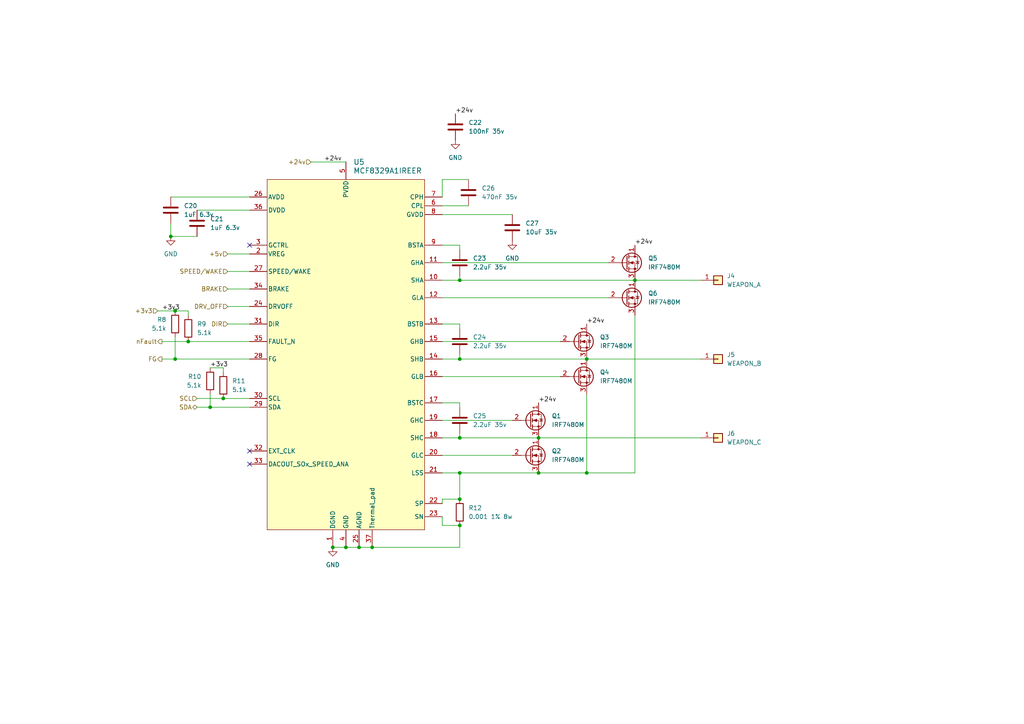
<source format=kicad_sch>
(kicad_sch (version 20250114) (generator "eeschema") (generator_version "9.0")
  (paper "A4")
  (title_block (title "Weapon BLDC Driver") (date "2025-10-25") (rev "0.0.1") (company "YC Lam"))
  (lib_symbols
    (symbol "2025-10-25_02-51-20:MCF8329A1IREER" (pin_names (offset 0.254))
      (property "Reference" "U" (at 0 2.54 0))
      (property "Value" "MCF8329A1IREER" (at 0 0 0))
      (symbol "MCF8329A1IREER_0_1"
        (pin power_in line (at -1.27 0 0) (length 5.08) (name "AVDD") (number "26"))
        (pin power_in line (at -1.27 -3.81 0) (length 5.08) (name "DVDD") (number "36"))
        (pin unspecified line (at -1.27 -13.97 0) (length 5.08) (name "GCTRL") (number "3"))
        (pin power_in line (at -1.27 -16.51 0) (length 5.08) (name "VREG") (number "2"))
        (pin input line (at -1.27 -26.67 0) (length 5.08) (name "BRAKE") (number "34"))
        (pin input line (at -1.27 -31.75 0) (length 5.08) (name "DRVOFF") (number "24"))
        (pin input line (at -1.27 -36.83 0) (length 5.08) (name "DIR") (number "31"))
        (pin open_collector line (at -1.27 -41.91 0) (length 5.08) (name "FAULT_N") (number "35"))
        (pin open_collector line (at -1.27 -46.99 0) (length 5.08) (name "FG") (number "28"))
        (pin input line (at -1.27 -58.42 0) (length 5.08) (name "SCL") (number "30"))
        (pin bidirectional line (at -1.27 -60.96 0) (length 5.08) (name "SDA") (number "29"))
        (pin input line (at -1.27 -73.66 0) (length 5.08) (name "EXT_CLK") (number "32"))
        (pin bidirectional line (at -1.27 -77.47 0) (length 5.08) (name "DACOUT_SOx_SPEED_ANA") (number "33"))
        (pin power_in line (at 22.86 -101.6 90) (length 5.08) (name "DGND") (number "1"))
        (pin power_in line (at 26.67 10.16 270) (length 5.08) (name "PVDD") (number "5"))
        (pin power_in line (at 26.67 -101.6 90) (length 5.08) (name "GND") (number "4"))
        (pin power_in line (at 30.48 -101.6 90) (length 5.08) (name "AGND") (number "25"))
        (pin power_in line (at 34.29 -101.6 90) (length 5.08) (name "Thermal_pad") (number "37"))
        (pin unspecified line (at 54.61 0 180) (length 5.08) (name "CPH") (number "7"))
        (pin unspecified line (at 54.61 -2.54 180) (length 5.08) (name "CPL") (number "6"))
        (pin power_in line (at 54.61 -5.08 180) (length 5.08) (name "GVDD") (number "8"))
        (pin unspecified line (at 54.61 -13.97 180) (length 5.08) (name "BSTA") (number "9"))
        (pin unspecified line (at 54.61 -19.05 180) (length 5.08) (name "GHA") (number "11"))
        (pin unspecified line (at 54.61 -24.13 180) (length 5.08) (name "SHA") (number "10"))
        (pin unspecified line (at 54.61 -29.21 180) (length 5.08) (name "GLA") (number "12"))
        (pin unspecified line (at 54.61 -36.83 180) (length 5.08) (name "BSTB") (number "13"))
        (pin unspecified line (at 54.61 -41.91 180) (length 5.08) (name "GHB") (number "15"))
        (pin unspecified line (at 54.61 -46.99 180) (length 5.08) (name "SHB") (number "14"))
        (pin unspecified line (at 54.61 -52.07 180) (length 5.08) (name "GLB") (number "16"))
        (pin unspecified line (at 54.61 -59.69 180) (length 5.08) (name "BSTC") (number "17"))
        (pin unspecified line (at 54.61 -64.77 180) (length 5.08) (name "GHC") (number "19"))
        (pin unspecified line (at 54.61 -69.85 180) (length 5.08) (name "SHC") (number "18"))
        (pin unspecified line (at 54.61 -74.93 180) (length 5.08) (name "GLC") (number "20"))
        (pin power_in line (at 54.61 -80.01 180) (length 5.08) (name "LSS") (number "21"))
        (pin tri_state line (at 54.61 -88.9 180) (length 5.08) (name "SP") (number "22"))
        (pin tri_state line (at 54.61 -92.71 180) (length 5.08) (name "SN") (number "23"))
      )
      (symbol "MCF8329A1IREER_1_1"
        (rectangle (start 3.81 5.08) (end 49.53 -96.52) (fill (type background)))
        (pin input line (at -1.27 -21.59 0) (length 5.08) (name "SPEED/WAKE") (number "27"))
      )
    )
    (symbol "Connector_Generic:Conn_01x01" (pin_names (offset 1.016) (hide yes))
      (property "Reference" "J" (at 0 2.54 0))
      (property "Value" "Conn_01x01" (at 0 -2.54 0))
      (symbol "Conn_01x01_1_1"
        (rectangle (start -1.27 1.27) (end 1.27 -1.27) (stroke (width 0.254)) (fill (type background)))
        (rectangle (start -1.27 0.127) (end 0 -0.127) (stroke (width 0.1524)))
        (pin passive line (at -5.08 0 0) (length 3.81) (name "Pin_1") (number "1"))
      )
    )
    (symbol "Device:C" (pin_numbers (hide yes)) (pin_names (offset 0.254))
      (property "Reference" "C" (at 0.635 2.54 0))
      (property "Value" "C" (at 0.635 -2.54 0))
      (symbol "C_0_1"
        (polyline (pts (xy -2.032 0.762) (xy 2.032 0.762)) (stroke (width 0.508)))
        (polyline (pts (xy -2.032 -0.762) (xy 2.032 -0.762)) (stroke (width 0.508)))
      )
      (symbol "C_1_1"
        (pin passive line (at 0 3.81 270) (length 2.794) (name "~") (number "1"))
        (pin passive line (at 0 -3.81 90) (length 2.794) (name "~") (number "2"))
      )
    )
    (symbol "Device:R" (pin_numbers (hide yes)) (pin_names (offset 0))
      (property "Reference" "R" (at 2.032 0 90))
      (property "Value" "R" (at 0 0 90))
      (symbol "R_0_1"
        (rectangle (start -1.016 -2.54) (end 1.016 2.54) (stroke (width 0.254)))
      )
      (symbol "R_1_1"
        (pin passive line (at 0 3.81 270) (length 1.27) (name "~") (number "1"))
        (pin passive line (at 0 -3.81 90) (length 1.27) (name "~") (number "2"))
      )
    )
    (symbol "Transistor_FET:IRF7480M" (pin_names (hide yes))
      (property "Reference" "Q" (at 5.08 1.905 0))
      (property "Value" "IRF7480M" (at 5.08 0 0))
      (symbol "IRF7480M_0_1"
        (polyline (pts (xy 0.254 1.905) (xy 0.254 -1.905)) (stroke (width 0.254)))
        (polyline (pts (xy 0.254 0) (xy -2.54 0)))
        (polyline (pts (xy 0.762 2.286) (xy 0.762 1.27)) (stroke (width 0.254)))
        (polyline (pts (xy 0.762 0.508) (xy 0.762 -0.508)) (stroke (width 0.254)))
        (polyline (pts (xy 0.762 -1.27) (xy 0.762 -2.286)) (stroke (width 0.254)))
        (polyline (pts (xy 0.762 -1.778) (xy 3.302 -1.778) (xy 3.302 1.778) (xy 0.762 1.778)))
        (polyline (pts (xy 1.016 0) (xy 2.032 0.381) (xy 2.032 -0.381) (xy 1.016 0)) (fill (type outline)))
        (circle (center 1.651 0) (radius 2.794) (stroke (width 0.254)))
        (polyline (pts (xy 2.54 2.54) (xy 2.54 1.778)))
        (circle (center 2.54 1.778) (radius 0.254) (fill (type outline)))
        (circle (center 2.54 -1.778) (radius 0.254) (fill (type outline)))
        (polyline (pts (xy 2.54 -2.54) (xy 2.54 0) (xy 0.762 0)))
        (polyline (pts (xy 2.794 0.508) (xy 2.921 0.381) (xy 3.683 0.381) (xy 3.81 0.254)))
        (polyline (pts (xy 3.302 0.381) (xy 2.921 -0.254) (xy 3.683 -0.254) (xy 3.302 0.381)))
      )
      (symbol "IRF7480M_1_1"
        (pin input line (at -5.08 0 0) (length 2.54) (name "G") (number "2"))
        (pin passive line (at 2.54 5.08 270) (length 2.54) (name "D") (number "1"))
        (pin passive line (at 2.54 -5.08 90) (length 2.54) (name "S") (number "3"))
      )
    )
    (symbol "power:GND" (power) (pin_numbers (hide yes)) (pin_names (offset 0) (hide yes))
      (property "Value" "GND" (at 0 -3.81 0))
      (symbol "GND_0_1"
        (polyline (pts (xy 0 0) (xy 0 -1.27) (xy 1.27 -1.27) (xy 0 -2.54) (xy -1.27 -1.27) (xy 0 -1.27)))
      )
      (symbol "GND_1_1"
        (pin power_in line (at 0 0 270) (length 0) (name "~") (number "1"))
      )
    )
  )
  (junction (at 50.8 104.14))
  (junction (at 60.96 118.11))
  (junction (at 64.77 115.57))
  (junction (at 49.53 68.58))
  (junction (at 50.8 90.17))
  (junction (at 133.35 104.14))
  (junction (at 156.21 137.16))
  (junction (at 184.15 81.28))
  (junction (at 133.35 81.28))
  (junction (at 96.52 158.75))
  (junction (at 133.35 137.16))
  (junction (at 170.18 137.16))
  (junction (at 133.35 152.4))
  (junction (at 170.18 104.14))
  (junction (at 156.21 127))
  (junction (at 107.95 158.75))
  (junction (at 133.35 144.78))
  (junction (at 54.61 99.06))
  (junction (at 104.14 158.75))
  (junction (at 133.35 127))
  (junction (at 100.33 158.75))
  (no_connect (at 72.39 130.81))
  (no_connect (at 72.39 134.62))
  (no_connect (at 72.39 71.12))
  (wire (pts (xy 133.35 137.16) (xy 128.27 137.16)))
  (wire (pts (xy 128.27 152.4) (xy 128.27 149.86)))
  (wire (pts (xy 133.35 152.4) (xy 128.27 152.4)))
  (wire (pts (xy 49.53 64.77) (xy 49.53 68.58)))
  (wire (pts (xy 128.27 86.36) (xy 176.53 86.36)))
  (wire (pts (xy 133.35 93.98) (xy 128.27 93.98)))
  (wire (pts (xy 128.27 62.23) (xy 148.59 62.23)))
  (wire (pts (xy 133.35 127) (xy 156.21 127)))
  (wire (pts (xy 133.35 116.84) (xy 128.27 116.84)))
  (wire (pts (xy 156.21 137.16) (xy 170.18 137.16)))
  (wire (pts (xy 57.15 115.57) (xy 64.77 115.57)))
  (wire (pts (xy 133.35 95.25) (xy 133.35 93.98)))
  (wire (pts (xy 64.77 115.57) (xy 72.39 115.57)))
  (wire (pts (xy 49.53 57.15) (xy 72.39 57.15)))
  (wire (pts (xy 57.15 60.96) (xy 72.39 60.96)))
  (wire (pts (xy 128.27 76.2) (xy 176.53 76.2)))
  (wire (pts (xy 128.27 144.78) (xy 133.35 144.78)))
  (wire (pts (xy 128.27 109.22) (xy 162.56 109.22)))
  (wire (pts (xy 135.89 52.07) (xy 128.27 52.07)))
  (wire (pts (xy 133.35 72.39) (xy 133.35 71.12)))
  (wire (pts (xy 90.17 46.99) (xy 100.33 46.99)))
  (wire (pts (xy 54.61 99.06) (xy 72.39 99.06)))
  (wire (pts (xy 46.99 99.06) (xy 54.61 99.06)))
  (wire (pts (xy 64.77 106.68) (xy 64.77 107.95)))
  (wire (pts (xy 60.96 114.3) (xy 60.96 118.11)))
  (wire (pts (xy 128.27 81.28) (xy 133.35 81.28)))
  (wire (pts (xy 66.04 83.82) (xy 72.39 83.82)))
  (wire (pts (xy 96.52 158.75) (xy 100.33 158.75)))
  (wire (pts (xy 45.72 90.17) (xy 50.8 90.17)))
  (wire (pts (xy 184.15 81.28) (xy 203.2 81.28)))
  (wire (pts (xy 128.27 59.69) (xy 135.89 59.69)))
  (wire (pts (xy 156.21 137.16) (xy 133.35 137.16)))
  (wire (pts (xy 133.35 80.01) (xy 133.35 81.28)))
  (wire (pts (xy 133.35 158.75) (xy 107.95 158.75)))
  (wire (pts (xy 133.35 152.4) (xy 133.35 158.75)))
  (wire (pts (xy 133.35 118.11) (xy 133.35 116.84)))
  (wire (pts (xy 128.27 52.07) (xy 128.27 57.15)))
  (wire (pts (xy 170.18 104.14) (xy 203.2 104.14)))
  (wire (pts (xy 50.8 97.79) (xy 50.8 104.14)))
  (wire (pts (xy 133.35 102.87) (xy 133.35 104.14)))
  (wire (pts (xy 49.53 68.58) (xy 57.15 68.58)))
  (wire (pts (xy 54.61 91.44) (xy 54.61 90.17)))
  (wire (pts (xy 46.99 104.14) (xy 50.8 104.14)))
  (wire (pts (xy 128.27 121.92) (xy 148.59 121.92)))
  (wire (pts (xy 184.15 137.16) (xy 170.18 137.16)))
  (wire (pts (xy 100.33 158.75) (xy 104.14 158.75)))
  (wire (pts (xy 66.04 78.74) (xy 72.39 78.74)))
  (wire (pts (xy 54.61 90.17) (xy 50.8 90.17)))
  (wire (pts (xy 128.27 146.05) (xy 128.27 144.78)))
  (wire (pts (xy 66.04 93.98) (xy 72.39 93.98)))
  (wire (pts (xy 128.27 104.14) (xy 133.35 104.14)))
  (wire (pts (xy 60.96 106.68) (xy 64.77 106.68)))
  (wire (pts (xy 60.96 118.11) (xy 72.39 118.11)))
  (wire (pts (xy 128.27 127) (xy 133.35 127)))
  (wire (pts (xy 184.15 91.44) (xy 184.15 137.16)))
  (wire (pts (xy 133.35 71.12) (xy 128.27 71.12)))
  (wire (pts (xy 170.18 114.3) (xy 170.18 137.16)))
  (wire (pts (xy 156.21 127) (xy 203.2 127)))
  (wire (pts (xy 66.04 73.66) (xy 72.39 73.66)))
  (wire (pts (xy 104.14 158.75) (xy 107.95 158.75)))
  (wire (pts (xy 128.27 99.06) (xy 162.56 99.06)))
  (wire (pts (xy 133.35 137.16) (xy 133.35 144.78)))
  (wire (pts (xy 133.35 125.73) (xy 133.35 127)))
  (wire (pts (xy 133.35 81.28) (xy 184.15 81.28)))
  (wire (pts (xy 128.27 132.08) (xy 148.59 132.08)))
  (wire (pts (xy 57.15 118.11) (xy 60.96 118.11)))
  (wire (pts (xy 50.8 104.14) (xy 72.39 104.14)))
  (wire (pts (xy 66.04 88.9) (xy 72.39 88.9)))
  (wire (pts (xy 133.35 104.14) (xy 170.18 104.14)))
  (label "+24v" (at 93.98 46.99 0))
  (label "+24v" (at 170.18 93.98 0))
  (label "+3v3" (at 46.99 90.17 0))
  (label "+24v" (at 156.21 116.84 0))
  (label "+3v3" (at 60.96 106.68 0))
  (label "+24v" (at 184.15 71.12 0))
  (label "+24v" (at 132.08 33.02 0))
  (hierarchical_label "+3v3" (shape input) (at 45.72 90.17 180))
  (hierarchical_label "DRV_OFF" (shape input) (at 66.04 88.9 180))
  (hierarchical_label "BRAKE" (shape input) (at 66.04 83.82 180))
  (hierarchical_label "FG" (shape output) (at 46.99 104.14 180))
  (hierarchical_label "+24v" (shape input) (at 90.17 46.99 180))
  (hierarchical_label "+5v" (shape input) (at 66.04 73.66 180))
  (hierarchical_label "SPEED{slash}WAKE" (shape input) (at 66.04 78.74 180))
  (hierarchical_label "SCL" (shape input) (at 57.15 115.57 180))
  (hierarchical_label "nFault" (shape output) (at 46.99 99.06 180))
  (hierarchical_label "SDA" (shape bidirectional) (at 57.15 118.11 180))
  (hierarchical_label "DIR" (shape input) (at 66.04 93.98 180))
  (symbol (lib_id "Transistor_FET:IRF7480M") (at 167.64 99.06 0) (unit 1)
    (property "Reference" "Q3" (at 173.99 97.7899 0) (effects (justify left)))
    (property "Value" "IRF7480M" (at 173.99 100.3299 0) (effects (justify left)))
    (property "Footprint" "Package_DirectFET:DirectFET_ME" (effects (hide yes)))
    (property "Datasheet" "https://www.infineon.com/dgdl/Infineon-IRF7480M-DS-v01_02-EN.pdf?fileId=5546d462533600a4015355ff8fa41c30" (effects (hide yes)))
    (property "Description" "330A Id, 40V Vds, 1.2mOhm Rds, N-Channel MOSFET, DirectFET ME" (effects (hide yes)))
  )
  (symbol (lib_id "Transistor_FET:IRF7480M") (at 153.67 132.08 0) (unit 1)
    (property "Reference" "Q2" (at 160.02 130.8099 0) (effects (justify left)))
    (property "Value" "IRF7480M" (at 160.02 133.3499 0) (effects (justify left)))
    (property "Footprint" "Package_DirectFET:DirectFET_ME" (effects (hide yes)))
    (property "Datasheet" "https://www.infineon.com/dgdl/Infineon-IRF7480M-DS-v01_02-EN.pdf?fileId=5546d462533600a4015355ff8fa41c30" (effects (hide yes)))
    (property "Description" "330A Id, 40V Vds, 1.2mOhm Rds, N-Channel MOSFET, DirectFET ME" (effects (hide yes)))
  )
  (symbol (lib_id "Transistor_FET:IRF7480M") (at 167.64 109.22 0) (unit 1)
    (property "Reference" "Q4" (at 173.99 107.9499 0) (effects (justify left)))
    (property "Value" "IRF7480M" (at 173.99 110.4899 0) (effects (justify left)))
    (property "Footprint" "Package_DirectFET:DirectFET_ME" (effects (hide yes)))
    (property "Datasheet" "https://www.infineon.com/dgdl/Infineon-IRF7480M-DS-v01_02-EN.pdf?fileId=5546d462533600a4015355ff8fa41c30" (effects (hide yes)))
    (property "Description" "330A Id, 40V Vds, 1.2mOhm Rds, N-Channel MOSFET, DirectFET ME" (effects (hide yes)))
  )
  (symbol (lib_id "Device:R") (at 64.77 111.76 0) (unit 1)
    (property "Reference" "R11" (at 67.31 110.4899 0) (effects (justify left)))
    (property "Value" "5.1k" (at 67.31 113.0299 0) (effects (justify left)))
    (property "Footprint" "Resistor_SMD:R_0402_1005Metric" (effects (hide yes)))
    (property "Description" "Resistor" (effects (hide yes)))
  )
  (symbol (lib_id "Device:C") (at 148.59 66.04 0) (unit 1)
    (property "Reference" "C27" (at 152.4 64.7699 0) (effects (justify left)))
    (property "Value" "10uF 35v" (at 152.4 67.3099 0) (effects (justify left)))
    (property "Footprint" "Capacitor_SMD:C_0603_1608Metric" (effects (hide yes)))
    (property "Description" "Unpolarized capacitor" (effects (hide yes)))
  )
  (symbol (lib_id "Transistor_FET:IRF7480M") (at 181.61 76.2 0) (unit 1)
    (property "Reference" "Q5" (at 187.96 74.9299 0) (effects (justify left)))
    (property "Value" "IRF7480M" (at 187.96 77.4699 0) (effects (justify left)))
    (property "Footprint" "Package_DirectFET:DirectFET_ME" (effects (hide yes)))
    (property "Datasheet" "https://www.infineon.com/dgdl/Infineon-IRF7480M-DS-v01_02-EN.pdf?fileId=5546d462533600a4015355ff8fa41c30" (effects (hide yes)))
    (property "Description" "330A Id, 40V Vds, 1.2mOhm Rds, N-Channel MOSFET, DirectFET ME" (effects (hide yes)))
  )
  (symbol (lib_id "Device:R") (at 133.35 148.59 0) (unit 1)
    (property "Reference" "R12" (at 135.89 147.3199 0) (effects (justify left)))
    (property "Value" "0.001 1% 8w" (at 135.89 149.8599 0) (effects (justify left)))
    (property "Footprint" "Resistor_SMD:R_2512_6332Metric" (effects (hide yes)))
    (property "Description" "Resistor" (effects (hide yes)))
  )
  (symbol (lib_id "power:GND") (at 148.59 69.85 0) (unit 1)
    (property "Reference" "#PWR016" (effects (hide yes)))
    (property "Value" "GND" (at 148.59 74.93 0))
    (property "Description" "Power symbol creates a global label with name \"GND\" , ground" (effects (hide yes)))
  )
  (symbol (lib_id "Device:R") (at 50.8 93.98 0) (mirror y) (unit 1)
    (property "Reference" "R8" (at 48.26 92.7099 0) (effects (justify left)))
    (property "Value" "5.1k" (at 48.26 95.2499 0) (effects (justify left)))
    (property "Footprint" "Resistor_SMD:R_0402_1005Metric" (effects (hide yes)))
    (property "Description" "Resistor" (effects (hide yes)))
  )
  (symbol (lib_id "Device:C") (at 133.35 99.06 0) (unit 1)
    (property "Reference" "C24" (at 137.16 97.7899 0) (effects (justify left)))
    (property "Value" "2.2uF 35v" (at 137.16 100.3299 0) (effects (justify left)))
    (property "Footprint" "Capacitor_SMD:C_0402_1005Metric" (effects (hide yes)))
    (property "Description" "Unpolarized capacitor" (effects (hide yes)))
  )
  (symbol (lib_id "Device:R") (at 60.96 110.49 0) (mirror y) (unit 1)
    (property "Reference" "R10" (at 58.42 109.2199 0) (effects (justify left)))
    (property "Value" "5.1k" (at 58.42 111.7599 0) (effects (justify left)))
    (property "Footprint" "Resistor_SMD:R_0402_1005Metric" (effects (hide yes)))
    (property "Description" "Resistor" (effects (hide yes)))
  )
  (symbol (lib_id "Device:C") (at 49.53 60.96 0) (unit 1)
    (property "Reference" "C20" (at 53.34 59.6899 0) (effects (justify left)))
    (property "Value" "1uF 6.3v" (at 53.34 62.2299 0) (effects (justify left)))
    (property "Footprint" "Capacitor_SMD:C_0402_1005Metric" (effects (hide yes)))
    (property "Description" "Unpolarized capacitor" (effects (hide yes)))
  )
  (symbol (lib_id "Device:R") (at 54.61 95.25 0) (unit 1)
    (property "Reference" "R9" (at 57.15 93.9799 0) (effects (justify left)))
    (property "Value" "5.1k" (at 57.15 96.5199 0) (effects (justify left)))
    (property "Footprint" "Resistor_SMD:R_0402_1005Metric" (effects (hide yes)))
    (property "Description" "Resistor" (effects (hide yes)))
  )
  (symbol (lib_id "Device:C") (at 135.89 55.88 0) (unit 1)
    (property "Reference" "C26" (at 139.7 54.6099 0) (effects (justify left)))
    (property "Value" "470nF 35v" (at 139.7 57.1499 0) (effects (justify left)))
    (property "Footprint" "Capacitor_SMD:C_0402_1005Metric" (effects (hide yes)))
    (property "Description" "Unpolarized capacitor" (effects (hide yes)))
  )
  (symbol (lib_id "power:GND") (at 96.52 158.75 0) (unit 1)
    (property "Reference" "#PWR014" (effects (hide yes)))
    (property "Value" "GND" (at 96.52 163.83 0))
    (property "Description" "Power symbol creates a global label with name \"GND\" , ground" (effects (hide yes)))
  )
  (symbol (lib_id "power:GND") (at 49.53 68.58 0) (unit 1)
    (property "Reference" "#PWR013" (effects (hide yes)))
    (property "Value" "GND" (at 49.53 73.66 0))
    (property "Description" "Power symbol creates a global label with name \"GND\" , ground" (effects (hide yes)))
  )
  (symbol (lib_id "Connector_Generic:Conn_01x01") (at 208.28 81.28 0) (unit 1)
    (property "Reference" "J4" (at 210.82 80.0099 0) (effects (justify left)))
    (property "Value" "WEAPON_A" (at 210.82 82.5499 0) (effects (justify left)))
    (property "Footprint" "footprints:WIRE" (effects (hide yes)))
    (property "Description" "Generic connector, single row, 01x01, script generated (kicad-library-utils/schlib/autogen/connector/)" (effects (hide yes)))
  )
  (symbol (lib_id "Device:C") (at 132.08 36.83 0) (unit 1)
    (property "Reference" "C22" (at 135.89 35.5599 0) (effects (justify left)))
    (property "Value" "100nF 35v" (at 135.89 38.0999 0) (effects (justify left)))
    (property "Footprint" "Capacitor_SMD:C_0402_1005Metric" (effects (hide yes)))
    (property "Description" "Unpolarized capacitor" (effects (hide yes)))
  )
  (symbol (lib_id "Connector_Generic:Conn_01x01") (at 208.28 104.14 0) (unit 1)
    (property "Reference" "J5" (at 210.82 102.8699 0) (effects (justify left)))
    (property "Value" "WEAPON_B" (at 210.82 105.4099 0) (effects (justify left)))
    (property "Footprint" "footprints:WIRE" (effects (hide yes)))
    (property "Description" "Generic connector, single row, 01x01, script generated (kicad-library-utils/schlib/autogen/connector/)" (effects (hide yes)))
  )
  (symbol (lib_id "power:GND") (at 132.08 40.64 0) (unit 1)
    (property "Reference" "#PWR015" (effects (hide yes)))
    (property "Value" "GND" (at 132.08 45.72 0))
    (property "Description" "Power symbol creates a global label with name \"GND\" , ground" (effects (hide yes)))
  )
  (symbol (lib_id "Transistor_FET:IRF7480M") (at 153.67 121.92 0) (unit 1)
    (property "Reference" "Q1" (at 160.02 120.6499 0) (effects (justify left)))
    (property "Value" "IRF7480M" (at 160.02 123.1899 0) (effects (justify left)))
    (property "Footprint" "Package_DirectFET:DirectFET_ME" (effects (hide yes)))
    (property "Datasheet" "https://www.infineon.com/dgdl/Infineon-IRF7480M-DS-v01_02-EN.pdf?fileId=5546d462533600a4015355ff8fa41c30" (effects (hide yes)))
    (property "Description" "330A Id, 40V Vds, 1.2mOhm Rds, N-Channel MOSFET, DirectFET ME" (effects (hide yes)))
  )
  (symbol (lib_id "Transistor_FET:IRF7480M") (at 181.61 86.36 0) (unit 1)
    (property "Reference" "Q6" (at 187.96 85.0899 0) (effects (justify left)))
    (property "Value" "IRF7480M" (at 187.96 87.6299 0) (effects (justify left)))
    (property "Footprint" "Package_DirectFET:DirectFET_ME" (effects (hide yes)))
    (property "Datasheet" "https://www.infineon.com/dgdl/Infineon-IRF7480M-DS-v01_02-EN.pdf?fileId=5546d462533600a4015355ff8fa41c30" (effects (hide yes)))
    (property "Description" "330A Id, 40V Vds, 1.2mOhm Rds, N-Channel MOSFET, DirectFET ME" (effects (hide yes)))
  )
  (symbol (lib_id "Device:C") (at 57.15 64.77 0) (unit 1)
    (property "Reference" "C21" (at 60.96 63.4999 0) (effects (justify left)))
    (property "Value" "1uF 6.3v" (at 60.96 66.0399 0) (effects (justify left)))
    (property "Footprint" "Capacitor_SMD:C_0402_1005Metric" (effects (hide yes)))
    (property "Description" "Unpolarized capacitor" (effects (hide yes)))
  )
  (symbol (lib_id "Connector_Generic:Conn_01x01") (at 208.28 127 0) (unit 1)
    (property "Reference" "J6" (at 210.82 125.7299 0) (effects (justify left)))
    (property "Value" "WEAPON_C" (at 210.82 128.2699 0) (effects (justify left)))
    (property "Footprint" "footprints:WIRE" (effects (hide yes)))
    (property "Description" "Generic connector, single row, 01x01, script generated (kicad-library-utils/schlib/autogen/connector/)" (effects (hide yes)))
  )
  (symbol (lib_id "Device:C") (at 133.35 121.92 0) (unit 1)
    (property "Reference" "C25" (at 137.16 120.6499 0) (effects (justify left)))
    (property "Value" "2.2uF 35v" (at 137.16 123.1899 0) (effects (justify left)))
    (property "Footprint" "Capacitor_SMD:C_0402_1005Metric" (effects (hide yes)))
    (property "Description" "Unpolarized capacitor" (effects (hide yes)))
  )
  (symbol (lib_id "2025-10-25_02-51-20:MCF8329A1IREER") (at 73.66 57.15 0) (unit 1)
    (property "Reference" "U5" (at 102.4733 46.99 0) (effects (font (size 1.524 1.524)) (justify left)))
    (property "Value" "MCF8329A1IREER" (at 102.4733 49.53 0) (effects (font (size 1.524 1.524)) (justify left)))
    (property "Footprint" "footprints:REE0036A-IPC_A" (effects (hide yes)))
    (property "Datasheet" "https://www.ti.com/lit/gpn/mcf8329a" (effects (hide yes)))
  )
  (symbol (lib_id "Device:C") (at 133.35 76.2 0) (unit 1)
    (property "Reference" "C23" (at 137.16 74.9299 0) (effects (justify left)))
    (property "Value" "2.2uF 35v" (at 137.16 77.4699 0) (effects (justify left)))
    (property "Footprint" "Capacitor_SMD:C_0402_1005Metric" (effects (hide yes)))
    (property "Description" "Unpolarized capacitor" (effects (hide yes)))
  )
)
</source>
